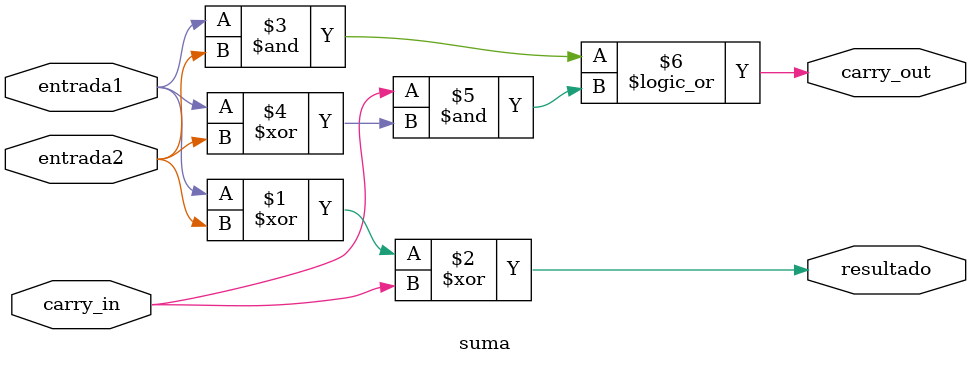
<source format=sv>
module suma(input entrada1, entrada2, carry_in, output resultado, carry_out);

	assign resultado = (entrada1 ^ entrada2) ^ carry_in;
	assign carry_out = (entrada1 & entrada2) || (carry_in & (entrada1 ^ entrada2));

endmodule
</source>
